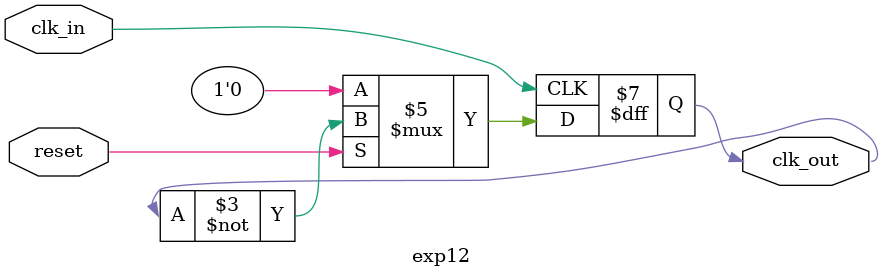
<source format=v>
module exp12(reset, clk_in, clk_out);
  input clk_in, reset;
  output clk_out;
  reg clk_out;

  always@(posedge clk_in)
	begin
	  if(!reset) 
		clk_out = 0;
	  else 
		clk_out = ~clk_out;
	end
endmodule

</source>
